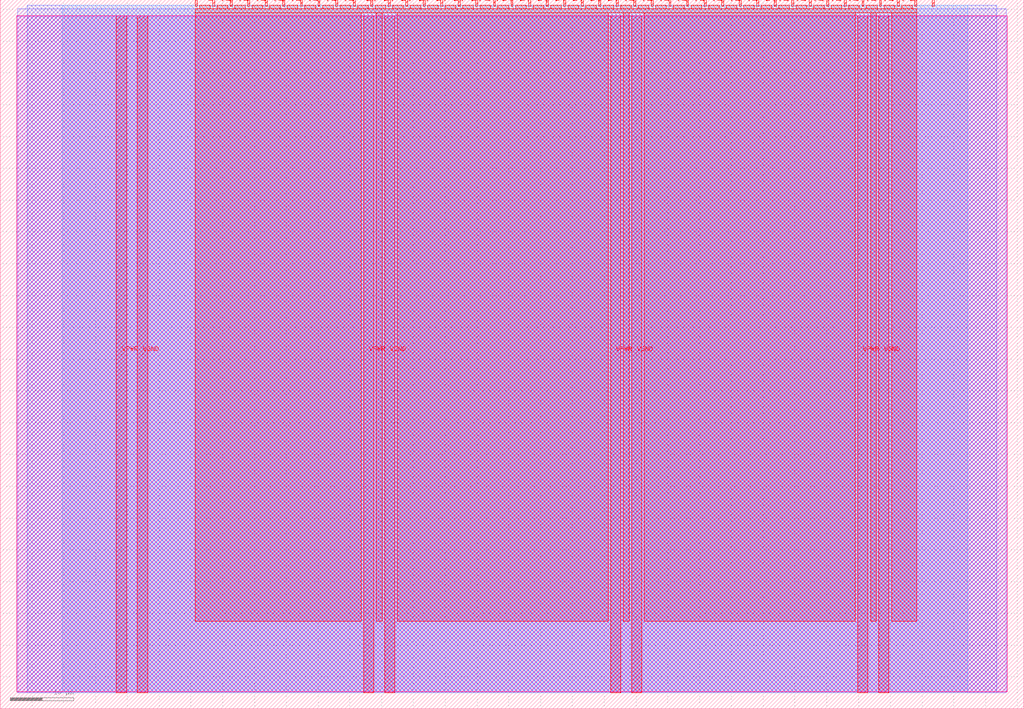
<source format=lef>
VERSION 5.7 ;
  NOWIREEXTENSIONATPIN ON ;
  DIVIDERCHAR "/" ;
  BUSBITCHARS "[]" ;
MACRO tt_um_bouncing_squares
  CLASS BLOCK ;
  FOREIGN tt_um_bouncing_squares ;
  ORIGIN 0.000 0.000 ;
  SIZE 161.000 BY 111.520 ;
  PIN VGND
    DIRECTION INOUT ;
    USE GROUND ;
    PORT
      LAYER met4 ;
        RECT 21.580 2.480 23.180 109.040 ;
    END
    PORT
      LAYER met4 ;
        RECT 60.450 2.480 62.050 109.040 ;
    END
    PORT
      LAYER met4 ;
        RECT 99.320 2.480 100.920 109.040 ;
    END
    PORT
      LAYER met4 ;
        RECT 138.190 2.480 139.790 109.040 ;
    END
  END VGND
  PIN VPWR
    DIRECTION INOUT ;
    USE POWER ;
    PORT
      LAYER met4 ;
        RECT 18.280 2.480 19.880 109.040 ;
    END
    PORT
      LAYER met4 ;
        RECT 57.150 2.480 58.750 109.040 ;
    END
    PORT
      LAYER met4 ;
        RECT 96.020 2.480 97.620 109.040 ;
    END
    PORT
      LAYER met4 ;
        RECT 134.890 2.480 136.490 109.040 ;
    END
  END VPWR
  PIN clk
    DIRECTION INPUT ;
    USE SIGNAL ;
    ANTENNAGATEAREA 0.852000 ;
    PORT
      LAYER met4 ;
        RECT 143.830 110.520 144.130 111.520 ;
    END
  END clk
  PIN ena
    DIRECTION INPUT ;
    USE SIGNAL ;
    PORT
      LAYER met4 ;
        RECT 146.590 110.520 146.890 111.520 ;
    END
  END ena
  PIN rst_n
    DIRECTION INPUT ;
    USE SIGNAL ;
    ANTENNAGATEAREA 0.213000 ;
    PORT
      LAYER met4 ;
        RECT 141.070 110.520 141.370 111.520 ;
    END
  END rst_n
  PIN ui_in[0]
    DIRECTION INPUT ;
    USE SIGNAL ;
    PORT
      LAYER met4 ;
        RECT 138.310 110.520 138.610 111.520 ;
    END
  END ui_in[0]
  PIN ui_in[1]
    DIRECTION INPUT ;
    USE SIGNAL ;
    PORT
      LAYER met4 ;
        RECT 135.550 110.520 135.850 111.520 ;
    END
  END ui_in[1]
  PIN ui_in[2]
    DIRECTION INPUT ;
    USE SIGNAL ;
    PORT
      LAYER met4 ;
        RECT 132.790 110.520 133.090 111.520 ;
    END
  END ui_in[2]
  PIN ui_in[3]
    DIRECTION INPUT ;
    USE SIGNAL ;
    PORT
      LAYER met4 ;
        RECT 130.030 110.520 130.330 111.520 ;
    END
  END ui_in[3]
  PIN ui_in[4]
    DIRECTION INPUT ;
    USE SIGNAL ;
    PORT
      LAYER met4 ;
        RECT 127.270 110.520 127.570 111.520 ;
    END
  END ui_in[4]
  PIN ui_in[5]
    DIRECTION INPUT ;
    USE SIGNAL ;
    PORT
      LAYER met4 ;
        RECT 124.510 110.520 124.810 111.520 ;
    END
  END ui_in[5]
  PIN ui_in[6]
    DIRECTION INPUT ;
    USE SIGNAL ;
    PORT
      LAYER met4 ;
        RECT 121.750 110.520 122.050 111.520 ;
    END
  END ui_in[6]
  PIN ui_in[7]
    DIRECTION INPUT ;
    USE SIGNAL ;
    PORT
      LAYER met4 ;
        RECT 118.990 110.520 119.290 111.520 ;
    END
  END ui_in[7]
  PIN uio_in[0]
    DIRECTION INPUT ;
    USE SIGNAL ;
    PORT
      LAYER met4 ;
        RECT 116.230 110.520 116.530 111.520 ;
    END
  END uio_in[0]
  PIN uio_in[1]
    DIRECTION INPUT ;
    USE SIGNAL ;
    PORT
      LAYER met4 ;
        RECT 113.470 110.520 113.770 111.520 ;
    END
  END uio_in[1]
  PIN uio_in[2]
    DIRECTION INPUT ;
    USE SIGNAL ;
    PORT
      LAYER met4 ;
        RECT 110.710 110.520 111.010 111.520 ;
    END
  END uio_in[2]
  PIN uio_in[3]
    DIRECTION INPUT ;
    USE SIGNAL ;
    PORT
      LAYER met4 ;
        RECT 107.950 110.520 108.250 111.520 ;
    END
  END uio_in[3]
  PIN uio_in[4]
    DIRECTION INPUT ;
    USE SIGNAL ;
    PORT
      LAYER met4 ;
        RECT 105.190 110.520 105.490 111.520 ;
    END
  END uio_in[4]
  PIN uio_in[5]
    DIRECTION INPUT ;
    USE SIGNAL ;
    PORT
      LAYER met4 ;
        RECT 102.430 110.520 102.730 111.520 ;
    END
  END uio_in[5]
  PIN uio_in[6]
    DIRECTION INPUT ;
    USE SIGNAL ;
    PORT
      LAYER met4 ;
        RECT 99.670 110.520 99.970 111.520 ;
    END
  END uio_in[6]
  PIN uio_in[7]
    DIRECTION INPUT ;
    USE SIGNAL ;
    PORT
      LAYER met4 ;
        RECT 96.910 110.520 97.210 111.520 ;
    END
  END uio_in[7]
  PIN uio_oe[0]
    DIRECTION OUTPUT ;
    USE SIGNAL ;
    PORT
      LAYER met4 ;
        RECT 49.990 110.520 50.290 111.520 ;
    END
  END uio_oe[0]
  PIN uio_oe[1]
    DIRECTION OUTPUT ;
    USE SIGNAL ;
    PORT
      LAYER met4 ;
        RECT 47.230 110.520 47.530 111.520 ;
    END
  END uio_oe[1]
  PIN uio_oe[2]
    DIRECTION OUTPUT ;
    USE SIGNAL ;
    PORT
      LAYER met4 ;
        RECT 44.470 110.520 44.770 111.520 ;
    END
  END uio_oe[2]
  PIN uio_oe[3]
    DIRECTION OUTPUT ;
    USE SIGNAL ;
    PORT
      LAYER met4 ;
        RECT 41.710 110.520 42.010 111.520 ;
    END
  END uio_oe[3]
  PIN uio_oe[4]
    DIRECTION OUTPUT ;
    USE SIGNAL ;
    PORT
      LAYER met4 ;
        RECT 38.950 110.520 39.250 111.520 ;
    END
  END uio_oe[4]
  PIN uio_oe[5]
    DIRECTION OUTPUT ;
    USE SIGNAL ;
    PORT
      LAYER met4 ;
        RECT 36.190 110.520 36.490 111.520 ;
    END
  END uio_oe[5]
  PIN uio_oe[6]
    DIRECTION OUTPUT ;
    USE SIGNAL ;
    PORT
      LAYER met4 ;
        RECT 33.430 110.520 33.730 111.520 ;
    END
  END uio_oe[6]
  PIN uio_oe[7]
    DIRECTION OUTPUT ;
    USE SIGNAL ;
    PORT
      LAYER met4 ;
        RECT 30.670 110.520 30.970 111.520 ;
    END
  END uio_oe[7]
  PIN uio_out[0]
    DIRECTION OUTPUT ;
    USE SIGNAL ;
    PORT
      LAYER met4 ;
        RECT 72.070 110.520 72.370 111.520 ;
    END
  END uio_out[0]
  PIN uio_out[1]
    DIRECTION OUTPUT ;
    USE SIGNAL ;
    PORT
      LAYER met4 ;
        RECT 69.310 110.520 69.610 111.520 ;
    END
  END uio_out[1]
  PIN uio_out[2]
    DIRECTION OUTPUT ;
    USE SIGNAL ;
    PORT
      LAYER met4 ;
        RECT 66.550 110.520 66.850 111.520 ;
    END
  END uio_out[2]
  PIN uio_out[3]
    DIRECTION OUTPUT ;
    USE SIGNAL ;
    PORT
      LAYER met4 ;
        RECT 63.790 110.520 64.090 111.520 ;
    END
  END uio_out[3]
  PIN uio_out[4]
    DIRECTION OUTPUT ;
    USE SIGNAL ;
    PORT
      LAYER met4 ;
        RECT 61.030 110.520 61.330 111.520 ;
    END
  END uio_out[4]
  PIN uio_out[5]
    DIRECTION OUTPUT ;
    USE SIGNAL ;
    PORT
      LAYER met4 ;
        RECT 58.270 110.520 58.570 111.520 ;
    END
  END uio_out[5]
  PIN uio_out[6]
    DIRECTION OUTPUT ;
    USE SIGNAL ;
    PORT
      LAYER met4 ;
        RECT 55.510 110.520 55.810 111.520 ;
    END
  END uio_out[6]
  PIN uio_out[7]
    DIRECTION OUTPUT ;
    USE SIGNAL ;
    PORT
      LAYER met4 ;
        RECT 52.750 110.520 53.050 111.520 ;
    END
  END uio_out[7]
  PIN uo_out[0]
    DIRECTION OUTPUT ;
    USE SIGNAL ;
    ANTENNADIFFAREA 0.445500 ;
    PORT
      LAYER met4 ;
        RECT 94.150 110.520 94.450 111.520 ;
    END
  END uo_out[0]
  PIN uo_out[1]
    DIRECTION OUTPUT ;
    USE SIGNAL ;
    ANTENNADIFFAREA 0.445500 ;
    PORT
      LAYER met4 ;
        RECT 91.390 110.520 91.690 111.520 ;
    END
  END uo_out[1]
  PIN uo_out[2]
    DIRECTION OUTPUT ;
    USE SIGNAL ;
    ANTENNADIFFAREA 0.445500 ;
    PORT
      LAYER met4 ;
        RECT 88.630 110.520 88.930 111.520 ;
    END
  END uo_out[2]
  PIN uo_out[3]
    DIRECTION OUTPUT ;
    USE SIGNAL ;
    ANTENNADIFFAREA 0.445500 ;
    PORT
      LAYER met4 ;
        RECT 85.870 110.520 86.170 111.520 ;
    END
  END uo_out[3]
  PIN uo_out[4]
    DIRECTION OUTPUT ;
    USE SIGNAL ;
    ANTENNAGATEAREA 0.159000 ;
    ANTENNADIFFAREA 0.891000 ;
    PORT
      LAYER met4 ;
        RECT 83.110 110.520 83.410 111.520 ;
    END
  END uo_out[4]
  PIN uo_out[5]
    DIRECTION OUTPUT ;
    USE SIGNAL ;
    ANTENNAGATEAREA 0.159000 ;
    ANTENNADIFFAREA 0.891000 ;
    PORT
      LAYER met4 ;
        RECT 80.350 110.520 80.650 111.520 ;
    END
  END uo_out[5]
  PIN uo_out[6]
    DIRECTION OUTPUT ;
    USE SIGNAL ;
    ANTENNAGATEAREA 0.159000 ;
    ANTENNADIFFAREA 1.685000 ;
    PORT
      LAYER met4 ;
        RECT 77.590 110.520 77.890 111.520 ;
    END
  END uo_out[6]
  PIN uo_out[7]
    DIRECTION OUTPUT ;
    USE SIGNAL ;
    ANTENNADIFFAREA 0.445500 ;
    PORT
      LAYER met4 ;
        RECT 74.830 110.520 75.130 111.520 ;
    END
  END uo_out[7]
  OBS
      LAYER nwell ;
        RECT 2.570 2.635 158.430 108.990 ;
      LAYER li1 ;
        RECT 2.760 2.635 158.240 108.885 ;
      LAYER met1 ;
        RECT 2.760 2.480 158.240 110.120 ;
      LAYER met2 ;
        RECT 4.240 2.535 156.760 110.685 ;
      LAYER met3 ;
        RECT 9.725 2.555 152.195 110.665 ;
      LAYER met4 ;
        RECT 31.370 110.120 33.030 110.665 ;
        RECT 34.130 110.120 35.790 110.665 ;
        RECT 36.890 110.120 38.550 110.665 ;
        RECT 39.650 110.120 41.310 110.665 ;
        RECT 42.410 110.120 44.070 110.665 ;
        RECT 45.170 110.120 46.830 110.665 ;
        RECT 47.930 110.120 49.590 110.665 ;
        RECT 50.690 110.120 52.350 110.665 ;
        RECT 53.450 110.120 55.110 110.665 ;
        RECT 56.210 110.120 57.870 110.665 ;
        RECT 58.970 110.120 60.630 110.665 ;
        RECT 61.730 110.120 63.390 110.665 ;
        RECT 64.490 110.120 66.150 110.665 ;
        RECT 67.250 110.120 68.910 110.665 ;
        RECT 70.010 110.120 71.670 110.665 ;
        RECT 72.770 110.120 74.430 110.665 ;
        RECT 75.530 110.120 77.190 110.665 ;
        RECT 78.290 110.120 79.950 110.665 ;
        RECT 81.050 110.120 82.710 110.665 ;
        RECT 83.810 110.120 85.470 110.665 ;
        RECT 86.570 110.120 88.230 110.665 ;
        RECT 89.330 110.120 90.990 110.665 ;
        RECT 92.090 110.120 93.750 110.665 ;
        RECT 94.850 110.120 96.510 110.665 ;
        RECT 97.610 110.120 99.270 110.665 ;
        RECT 100.370 110.120 102.030 110.665 ;
        RECT 103.130 110.120 104.790 110.665 ;
        RECT 105.890 110.120 107.550 110.665 ;
        RECT 108.650 110.120 110.310 110.665 ;
        RECT 111.410 110.120 113.070 110.665 ;
        RECT 114.170 110.120 115.830 110.665 ;
        RECT 116.930 110.120 118.590 110.665 ;
        RECT 119.690 110.120 121.350 110.665 ;
        RECT 122.450 110.120 124.110 110.665 ;
        RECT 125.210 110.120 126.870 110.665 ;
        RECT 127.970 110.120 129.630 110.665 ;
        RECT 130.730 110.120 132.390 110.665 ;
        RECT 133.490 110.120 135.150 110.665 ;
        RECT 136.250 110.120 137.910 110.665 ;
        RECT 139.010 110.120 140.670 110.665 ;
        RECT 141.770 110.120 143.430 110.665 ;
        RECT 30.655 109.440 144.145 110.120 ;
        RECT 30.655 13.775 56.750 109.440 ;
        RECT 59.150 13.775 60.050 109.440 ;
        RECT 62.450 13.775 95.620 109.440 ;
        RECT 98.020 13.775 98.920 109.440 ;
        RECT 101.320 13.775 134.490 109.440 ;
        RECT 136.890 13.775 137.790 109.440 ;
        RECT 140.190 13.775 144.145 109.440 ;
  END
END tt_um_bouncing_squares
END LIBRARY


</source>
